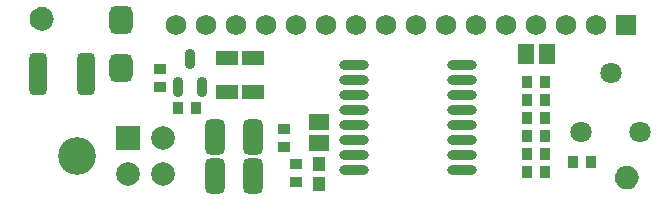
<source format=gts>
G04 Layer_Color=8388736*
%FSLAX24Y24*%
%MOIN*%
G70*
G01*
G75*
G04:AMPARAMS|DCode=40|XSize=118.2mil|YSize=67.1mil|CornerRadius=18.8mil|HoleSize=0mil|Usage=FLASHONLY|Rotation=90.000|XOffset=0mil|YOffset=0mil|HoleType=Round|Shape=RoundedRectangle|*
%AMROUNDEDRECTD40*
21,1,0.1182,0.0295,0,0,90.0*
21,1,0.0807,0.0671,0,0,90.0*
1,1,0.0375,0.0148,0.0404*
1,1,0.0375,0.0148,-0.0404*
1,1,0.0375,-0.0148,-0.0404*
1,1,0.0375,-0.0148,0.0404*
%
%ADD40ROUNDEDRECTD40*%
G04:AMPARAMS|DCode=41|XSize=141.9mil|YSize=59.2mil|CornerRadius=16.8mil|HoleSize=0mil|Usage=FLASHONLY|Rotation=270.000|XOffset=0mil|YOffset=0mil|HoleType=Round|Shape=RoundedRectangle|*
%AMROUNDEDRECTD41*
21,1,0.1419,0.0256,0,0,270.0*
21,1,0.1083,0.0592,0,0,270.0*
1,1,0.0336,-0.0128,-0.0541*
1,1,0.0336,-0.0128,0.0541*
1,1,0.0336,0.0128,0.0541*
1,1,0.0336,0.0128,-0.0541*
%
%ADD41ROUNDEDRECTD41*%
G04:AMPARAMS|DCode=42|XSize=94.6mil|YSize=76.9mil|CornerRadius=21.2mil|HoleSize=0mil|Usage=FLASHONLY|Rotation=270.000|XOffset=0mil|YOffset=0mil|HoleType=Round|Shape=RoundedRectangle|*
%AMROUNDEDRECTD42*
21,1,0.0946,0.0344,0,0,270.0*
21,1,0.0522,0.0769,0,0,270.0*
1,1,0.0424,-0.0172,-0.0261*
1,1,0.0424,-0.0172,0.0261*
1,1,0.0424,0.0172,0.0261*
1,1,0.0424,0.0172,-0.0261*
%
%ADD42ROUNDEDRECTD42*%
%ADD43R,0.0356X0.0434*%
%ADD44R,0.0434X0.0356*%
%ADD45R,0.0651X0.0533*%
%ADD46R,0.0434X0.0474*%
%ADD47O,0.0361X0.0671*%
%ADD48R,0.0769X0.0493*%
%ADD49O,0.0986X0.0316*%
%ADD50R,0.0533X0.0651*%
%ADD51C,0.0789*%
%ADD52C,0.1261*%
%ADD53R,0.0789X0.0789*%
%ADD54C,0.0710*%
%ADD55C,0.0680*%
%ADD56R,0.0680X0.0680*%
G36*
X36599Y35325D02*
X36695Y35285D01*
X36777Y35222D01*
X36840Y35139D01*
X36880Y35044D01*
X36893Y34941D01*
X36880Y34838D01*
X36840Y34742D01*
X36777Y34660D01*
X36695Y34597D01*
X36599Y34557D01*
X36496Y34544D01*
X36393Y34557D01*
X36298Y34597D01*
X36215Y34660D01*
X36152Y34742D01*
X36112Y34838D01*
X36099Y34941D01*
X36112Y35044D01*
X36152Y35139D01*
X36215Y35222D01*
X36298Y35285D01*
X36393Y35325D01*
X36496Y35338D01*
X36599Y35325D01*
D02*
G37*
G36*
X56107Y30039D02*
X56202Y29999D01*
X56285Y29936D01*
X56348Y29854D01*
X56388Y29758D01*
X56401Y29656D01*
X56388Y29553D01*
X56348Y29457D01*
X56285Y29375D01*
X56202Y29312D01*
X56107Y29272D01*
X56004Y29258D01*
X55901Y29272D01*
X55805Y29312D01*
X55723Y29375D01*
X55660Y29457D01*
X55620Y29553D01*
X55607Y29656D01*
X55620Y29758D01*
X55660Y29854D01*
X55723Y29936D01*
X55805Y29999D01*
X55901Y30039D01*
X56004Y30053D01*
X56107Y30039D01*
D02*
G37*
D40*
X42274Y31014D02*
D03*
X43533D02*
D03*
X42283Y29705D02*
D03*
X43543D02*
D03*
D41*
X36358Y33091D02*
D03*
X37972D02*
D03*
D42*
X39144Y33297D02*
D03*
Y34911D02*
D03*
D43*
X41654Y31959D02*
D03*
X41044D02*
D03*
X54803Y30167D02*
D03*
X54193D02*
D03*
X52667Y32844D02*
D03*
X53277D02*
D03*
X52667Y31043D02*
D03*
X53277D02*
D03*
X52667Y30433D02*
D03*
X53277D02*
D03*
X52667Y29823D02*
D03*
X53277D02*
D03*
X52667Y31644D02*
D03*
X53277D02*
D03*
X52667Y32244D02*
D03*
X53277D02*
D03*
D44*
X40443Y33287D02*
D03*
Y32677D02*
D03*
X44577Y30669D02*
D03*
Y31279D02*
D03*
X44970Y29498D02*
D03*
Y30108D02*
D03*
D45*
X45728Y31516D02*
D03*
Y30807D02*
D03*
D46*
X45728Y29439D02*
D03*
Y30108D02*
D03*
D47*
X41043Y32682D02*
D03*
X41843D02*
D03*
X41443Y33592D02*
D03*
D48*
X42687Y33652D02*
D03*
Y32510D02*
D03*
X43543Y33652D02*
D03*
Y32510D02*
D03*
D49*
X50502Y29904D02*
D03*
Y30404D02*
D03*
Y30904D02*
D03*
Y31404D02*
D03*
Y31904D02*
D03*
Y32404D02*
D03*
Y32904D02*
D03*
Y33404D02*
D03*
X46919Y29904D02*
D03*
Y30404D02*
D03*
Y30904D02*
D03*
Y31404D02*
D03*
Y31904D02*
D03*
Y32404D02*
D03*
Y32904D02*
D03*
Y33404D02*
D03*
D50*
X53356Y33760D02*
D03*
X52648D02*
D03*
D51*
X40541Y30955D02*
D03*
Y29774D02*
D03*
X39360D02*
D03*
D52*
X37659Y30364D02*
D03*
D53*
X39360Y30955D02*
D03*
D54*
X54488Y31161D02*
D03*
X56457D02*
D03*
X55472Y33130D02*
D03*
D55*
X40974Y34754D02*
D03*
X43974D02*
D03*
X46974D02*
D03*
X49974D02*
D03*
X52974D02*
D03*
X41974D02*
D03*
X42974D02*
D03*
X44974D02*
D03*
X45974D02*
D03*
X47974D02*
D03*
X48974D02*
D03*
X50974D02*
D03*
X51974D02*
D03*
X53974D02*
D03*
X54974D02*
D03*
D56*
X55974D02*
D03*
M02*

</source>
